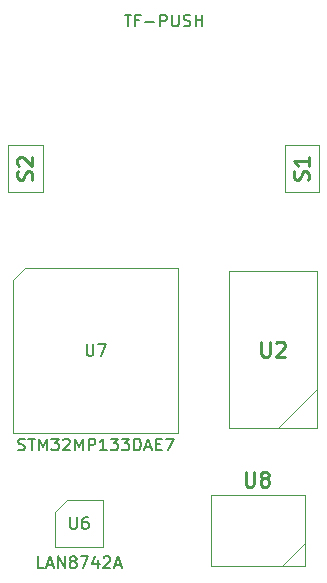
<source format=gbr>
%TF.GenerationSoftware,KiCad,Pcbnew,9.0.3*%
%TF.CreationDate,2025-08-17T15:03:40+03:00*%
%TF.ProjectId,ThingsCore-1,5468696e-6773-4436-9f72-652d312e6b69,rev?*%
%TF.SameCoordinates,Original*%
%TF.FileFunction,AssemblyDrawing,Top*%
%FSLAX46Y46*%
G04 Gerber Fmt 4.6, Leading zero omitted, Abs format (unit mm)*
G04 Created by KiCad (PCBNEW 9.0.3) date 2025-08-17 15:03:40*
%MOMM*%
%LPD*%
G01*
G04 APERTURE LIST*
%ADD10C,0.254000*%
%ADD11C,0.150000*%
%ADD12C,0.100000*%
G04 APERTURE END LIST*
D10*
X35532380Y-38604318D02*
X35532380Y-39632413D01*
X35532380Y-39632413D02*
X35592857Y-39753365D01*
X35592857Y-39753365D02*
X35653333Y-39813842D01*
X35653333Y-39813842D02*
X35774285Y-39874318D01*
X35774285Y-39874318D02*
X36016190Y-39874318D01*
X36016190Y-39874318D02*
X36137142Y-39813842D01*
X36137142Y-39813842D02*
X36197619Y-39753365D01*
X36197619Y-39753365D02*
X36258095Y-39632413D01*
X36258095Y-39632413D02*
X36258095Y-38604318D01*
X36802380Y-38725270D02*
X36862856Y-38664794D01*
X36862856Y-38664794D02*
X36983809Y-38604318D01*
X36983809Y-38604318D02*
X37286190Y-38604318D01*
X37286190Y-38604318D02*
X37407142Y-38664794D01*
X37407142Y-38664794D02*
X37467618Y-38725270D01*
X37467618Y-38725270D02*
X37528095Y-38846222D01*
X37528095Y-38846222D02*
X37528095Y-38967175D01*
X37528095Y-38967175D02*
X37467618Y-39148603D01*
X37467618Y-39148603D02*
X36741904Y-39874318D01*
X36741904Y-39874318D02*
X37528095Y-39874318D01*
D11*
X14952381Y-47757200D02*
X15095238Y-47804819D01*
X15095238Y-47804819D02*
X15333333Y-47804819D01*
X15333333Y-47804819D02*
X15428571Y-47757200D01*
X15428571Y-47757200D02*
X15476190Y-47709580D01*
X15476190Y-47709580D02*
X15523809Y-47614342D01*
X15523809Y-47614342D02*
X15523809Y-47519104D01*
X15523809Y-47519104D02*
X15476190Y-47423866D01*
X15476190Y-47423866D02*
X15428571Y-47376247D01*
X15428571Y-47376247D02*
X15333333Y-47328628D01*
X15333333Y-47328628D02*
X15142857Y-47281009D01*
X15142857Y-47281009D02*
X15047619Y-47233390D01*
X15047619Y-47233390D02*
X15000000Y-47185771D01*
X15000000Y-47185771D02*
X14952381Y-47090533D01*
X14952381Y-47090533D02*
X14952381Y-46995295D01*
X14952381Y-46995295D02*
X15000000Y-46900057D01*
X15000000Y-46900057D02*
X15047619Y-46852438D01*
X15047619Y-46852438D02*
X15142857Y-46804819D01*
X15142857Y-46804819D02*
X15380952Y-46804819D01*
X15380952Y-46804819D02*
X15523809Y-46852438D01*
X15809524Y-46804819D02*
X16380952Y-46804819D01*
X16095238Y-47804819D02*
X16095238Y-46804819D01*
X16714286Y-47804819D02*
X16714286Y-46804819D01*
X16714286Y-46804819D02*
X17047619Y-47519104D01*
X17047619Y-47519104D02*
X17380952Y-46804819D01*
X17380952Y-46804819D02*
X17380952Y-47804819D01*
X17761905Y-46804819D02*
X18380952Y-46804819D01*
X18380952Y-46804819D02*
X18047619Y-47185771D01*
X18047619Y-47185771D02*
X18190476Y-47185771D01*
X18190476Y-47185771D02*
X18285714Y-47233390D01*
X18285714Y-47233390D02*
X18333333Y-47281009D01*
X18333333Y-47281009D02*
X18380952Y-47376247D01*
X18380952Y-47376247D02*
X18380952Y-47614342D01*
X18380952Y-47614342D02*
X18333333Y-47709580D01*
X18333333Y-47709580D02*
X18285714Y-47757200D01*
X18285714Y-47757200D02*
X18190476Y-47804819D01*
X18190476Y-47804819D02*
X17904762Y-47804819D01*
X17904762Y-47804819D02*
X17809524Y-47757200D01*
X17809524Y-47757200D02*
X17761905Y-47709580D01*
X18761905Y-46900057D02*
X18809524Y-46852438D01*
X18809524Y-46852438D02*
X18904762Y-46804819D01*
X18904762Y-46804819D02*
X19142857Y-46804819D01*
X19142857Y-46804819D02*
X19238095Y-46852438D01*
X19238095Y-46852438D02*
X19285714Y-46900057D01*
X19285714Y-46900057D02*
X19333333Y-46995295D01*
X19333333Y-46995295D02*
X19333333Y-47090533D01*
X19333333Y-47090533D02*
X19285714Y-47233390D01*
X19285714Y-47233390D02*
X18714286Y-47804819D01*
X18714286Y-47804819D02*
X19333333Y-47804819D01*
X19761905Y-47804819D02*
X19761905Y-46804819D01*
X19761905Y-46804819D02*
X20095238Y-47519104D01*
X20095238Y-47519104D02*
X20428571Y-46804819D01*
X20428571Y-46804819D02*
X20428571Y-47804819D01*
X20904762Y-47804819D02*
X20904762Y-46804819D01*
X20904762Y-46804819D02*
X21285714Y-46804819D01*
X21285714Y-46804819D02*
X21380952Y-46852438D01*
X21380952Y-46852438D02*
X21428571Y-46900057D01*
X21428571Y-46900057D02*
X21476190Y-46995295D01*
X21476190Y-46995295D02*
X21476190Y-47138152D01*
X21476190Y-47138152D02*
X21428571Y-47233390D01*
X21428571Y-47233390D02*
X21380952Y-47281009D01*
X21380952Y-47281009D02*
X21285714Y-47328628D01*
X21285714Y-47328628D02*
X20904762Y-47328628D01*
X22428571Y-47804819D02*
X21857143Y-47804819D01*
X22142857Y-47804819D02*
X22142857Y-46804819D01*
X22142857Y-46804819D02*
X22047619Y-46947676D01*
X22047619Y-46947676D02*
X21952381Y-47042914D01*
X21952381Y-47042914D02*
X21857143Y-47090533D01*
X22761905Y-46804819D02*
X23380952Y-46804819D01*
X23380952Y-46804819D02*
X23047619Y-47185771D01*
X23047619Y-47185771D02*
X23190476Y-47185771D01*
X23190476Y-47185771D02*
X23285714Y-47233390D01*
X23285714Y-47233390D02*
X23333333Y-47281009D01*
X23333333Y-47281009D02*
X23380952Y-47376247D01*
X23380952Y-47376247D02*
X23380952Y-47614342D01*
X23380952Y-47614342D02*
X23333333Y-47709580D01*
X23333333Y-47709580D02*
X23285714Y-47757200D01*
X23285714Y-47757200D02*
X23190476Y-47804819D01*
X23190476Y-47804819D02*
X22904762Y-47804819D01*
X22904762Y-47804819D02*
X22809524Y-47757200D01*
X22809524Y-47757200D02*
X22761905Y-47709580D01*
X23714286Y-46804819D02*
X24333333Y-46804819D01*
X24333333Y-46804819D02*
X24000000Y-47185771D01*
X24000000Y-47185771D02*
X24142857Y-47185771D01*
X24142857Y-47185771D02*
X24238095Y-47233390D01*
X24238095Y-47233390D02*
X24285714Y-47281009D01*
X24285714Y-47281009D02*
X24333333Y-47376247D01*
X24333333Y-47376247D02*
X24333333Y-47614342D01*
X24333333Y-47614342D02*
X24285714Y-47709580D01*
X24285714Y-47709580D02*
X24238095Y-47757200D01*
X24238095Y-47757200D02*
X24142857Y-47804819D01*
X24142857Y-47804819D02*
X23857143Y-47804819D01*
X23857143Y-47804819D02*
X23761905Y-47757200D01*
X23761905Y-47757200D02*
X23714286Y-47709580D01*
X24761905Y-47804819D02*
X24761905Y-46804819D01*
X24761905Y-46804819D02*
X25000000Y-46804819D01*
X25000000Y-46804819D02*
X25142857Y-46852438D01*
X25142857Y-46852438D02*
X25238095Y-46947676D01*
X25238095Y-46947676D02*
X25285714Y-47042914D01*
X25285714Y-47042914D02*
X25333333Y-47233390D01*
X25333333Y-47233390D02*
X25333333Y-47376247D01*
X25333333Y-47376247D02*
X25285714Y-47566723D01*
X25285714Y-47566723D02*
X25238095Y-47661961D01*
X25238095Y-47661961D02*
X25142857Y-47757200D01*
X25142857Y-47757200D02*
X25000000Y-47804819D01*
X25000000Y-47804819D02*
X24761905Y-47804819D01*
X25714286Y-47519104D02*
X26190476Y-47519104D01*
X25619048Y-47804819D02*
X25952381Y-46804819D01*
X25952381Y-46804819D02*
X26285714Y-47804819D01*
X26619048Y-47281009D02*
X26952381Y-47281009D01*
X27095238Y-47804819D02*
X26619048Y-47804819D01*
X26619048Y-47804819D02*
X26619048Y-46804819D01*
X26619048Y-46804819D02*
X27095238Y-46804819D01*
X27428572Y-46804819D02*
X28095238Y-46804819D01*
X28095238Y-46804819D02*
X27666667Y-47804819D01*
X20738095Y-38804819D02*
X20738095Y-39614342D01*
X20738095Y-39614342D02*
X20785714Y-39709580D01*
X20785714Y-39709580D02*
X20833333Y-39757200D01*
X20833333Y-39757200D02*
X20928571Y-39804819D01*
X20928571Y-39804819D02*
X21119047Y-39804819D01*
X21119047Y-39804819D02*
X21214285Y-39757200D01*
X21214285Y-39757200D02*
X21261904Y-39709580D01*
X21261904Y-39709580D02*
X21309523Y-39614342D01*
X21309523Y-39614342D02*
X21309523Y-38804819D01*
X21690476Y-38804819D02*
X22357142Y-38804819D01*
X22357142Y-38804819D02*
X21928571Y-39804819D01*
D10*
X16076342Y-24905119D02*
X16136818Y-24723690D01*
X16136818Y-24723690D02*
X16136818Y-24421309D01*
X16136818Y-24421309D02*
X16076342Y-24300357D01*
X16076342Y-24300357D02*
X16015865Y-24239881D01*
X16015865Y-24239881D02*
X15894913Y-24179404D01*
X15894913Y-24179404D02*
X15773961Y-24179404D01*
X15773961Y-24179404D02*
X15653008Y-24239881D01*
X15653008Y-24239881D02*
X15592532Y-24300357D01*
X15592532Y-24300357D02*
X15532056Y-24421309D01*
X15532056Y-24421309D02*
X15471580Y-24663214D01*
X15471580Y-24663214D02*
X15411103Y-24784166D01*
X15411103Y-24784166D02*
X15350627Y-24844643D01*
X15350627Y-24844643D02*
X15229675Y-24905119D01*
X15229675Y-24905119D02*
X15108722Y-24905119D01*
X15108722Y-24905119D02*
X14987770Y-24844643D01*
X14987770Y-24844643D02*
X14927294Y-24784166D01*
X14927294Y-24784166D02*
X14866818Y-24663214D01*
X14866818Y-24663214D02*
X14866818Y-24360833D01*
X14866818Y-24360833D02*
X14927294Y-24179404D01*
X14987770Y-23695595D02*
X14927294Y-23635119D01*
X14927294Y-23635119D02*
X14866818Y-23514166D01*
X14866818Y-23514166D02*
X14866818Y-23211785D01*
X14866818Y-23211785D02*
X14927294Y-23090833D01*
X14927294Y-23090833D02*
X14987770Y-23030357D01*
X14987770Y-23030357D02*
X15108722Y-22969880D01*
X15108722Y-22969880D02*
X15229675Y-22969880D01*
X15229675Y-22969880D02*
X15411103Y-23030357D01*
X15411103Y-23030357D02*
X16136818Y-23756071D01*
X16136818Y-23756071D02*
X16136818Y-22969880D01*
D11*
X17123809Y-57784819D02*
X16647619Y-57784819D01*
X16647619Y-57784819D02*
X16647619Y-56784819D01*
X17409524Y-57499104D02*
X17885714Y-57499104D01*
X17314286Y-57784819D02*
X17647619Y-56784819D01*
X17647619Y-56784819D02*
X17980952Y-57784819D01*
X18314286Y-57784819D02*
X18314286Y-56784819D01*
X18314286Y-56784819D02*
X18885714Y-57784819D01*
X18885714Y-57784819D02*
X18885714Y-56784819D01*
X19504762Y-57213390D02*
X19409524Y-57165771D01*
X19409524Y-57165771D02*
X19361905Y-57118152D01*
X19361905Y-57118152D02*
X19314286Y-57022914D01*
X19314286Y-57022914D02*
X19314286Y-56975295D01*
X19314286Y-56975295D02*
X19361905Y-56880057D01*
X19361905Y-56880057D02*
X19409524Y-56832438D01*
X19409524Y-56832438D02*
X19504762Y-56784819D01*
X19504762Y-56784819D02*
X19695238Y-56784819D01*
X19695238Y-56784819D02*
X19790476Y-56832438D01*
X19790476Y-56832438D02*
X19838095Y-56880057D01*
X19838095Y-56880057D02*
X19885714Y-56975295D01*
X19885714Y-56975295D02*
X19885714Y-57022914D01*
X19885714Y-57022914D02*
X19838095Y-57118152D01*
X19838095Y-57118152D02*
X19790476Y-57165771D01*
X19790476Y-57165771D02*
X19695238Y-57213390D01*
X19695238Y-57213390D02*
X19504762Y-57213390D01*
X19504762Y-57213390D02*
X19409524Y-57261009D01*
X19409524Y-57261009D02*
X19361905Y-57308628D01*
X19361905Y-57308628D02*
X19314286Y-57403866D01*
X19314286Y-57403866D02*
X19314286Y-57594342D01*
X19314286Y-57594342D02*
X19361905Y-57689580D01*
X19361905Y-57689580D02*
X19409524Y-57737200D01*
X19409524Y-57737200D02*
X19504762Y-57784819D01*
X19504762Y-57784819D02*
X19695238Y-57784819D01*
X19695238Y-57784819D02*
X19790476Y-57737200D01*
X19790476Y-57737200D02*
X19838095Y-57689580D01*
X19838095Y-57689580D02*
X19885714Y-57594342D01*
X19885714Y-57594342D02*
X19885714Y-57403866D01*
X19885714Y-57403866D02*
X19838095Y-57308628D01*
X19838095Y-57308628D02*
X19790476Y-57261009D01*
X19790476Y-57261009D02*
X19695238Y-57213390D01*
X20219048Y-56784819D02*
X20885714Y-56784819D01*
X20885714Y-56784819D02*
X20457143Y-57784819D01*
X21695238Y-57118152D02*
X21695238Y-57784819D01*
X21457143Y-56737200D02*
X21219048Y-57451485D01*
X21219048Y-57451485D02*
X21838095Y-57451485D01*
X22171429Y-56880057D02*
X22219048Y-56832438D01*
X22219048Y-56832438D02*
X22314286Y-56784819D01*
X22314286Y-56784819D02*
X22552381Y-56784819D01*
X22552381Y-56784819D02*
X22647619Y-56832438D01*
X22647619Y-56832438D02*
X22695238Y-56880057D01*
X22695238Y-56880057D02*
X22742857Y-56975295D01*
X22742857Y-56975295D02*
X22742857Y-57070533D01*
X22742857Y-57070533D02*
X22695238Y-57213390D01*
X22695238Y-57213390D02*
X22123810Y-57784819D01*
X22123810Y-57784819D02*
X22742857Y-57784819D01*
X23123810Y-57499104D02*
X23600000Y-57499104D01*
X23028572Y-57784819D02*
X23361905Y-56784819D01*
X23361905Y-56784819D02*
X23695238Y-57784819D01*
X19338095Y-53454819D02*
X19338095Y-54264342D01*
X19338095Y-54264342D02*
X19385714Y-54359580D01*
X19385714Y-54359580D02*
X19433333Y-54407200D01*
X19433333Y-54407200D02*
X19528571Y-54454819D01*
X19528571Y-54454819D02*
X19719047Y-54454819D01*
X19719047Y-54454819D02*
X19814285Y-54407200D01*
X19814285Y-54407200D02*
X19861904Y-54359580D01*
X19861904Y-54359580D02*
X19909523Y-54264342D01*
X19909523Y-54264342D02*
X19909523Y-53454819D01*
X20814285Y-53454819D02*
X20623809Y-53454819D01*
X20623809Y-53454819D02*
X20528571Y-53502438D01*
X20528571Y-53502438D02*
X20480952Y-53550057D01*
X20480952Y-53550057D02*
X20385714Y-53692914D01*
X20385714Y-53692914D02*
X20338095Y-53883390D01*
X20338095Y-53883390D02*
X20338095Y-54264342D01*
X20338095Y-54264342D02*
X20385714Y-54359580D01*
X20385714Y-54359580D02*
X20433333Y-54407200D01*
X20433333Y-54407200D02*
X20528571Y-54454819D01*
X20528571Y-54454819D02*
X20719047Y-54454819D01*
X20719047Y-54454819D02*
X20814285Y-54407200D01*
X20814285Y-54407200D02*
X20861904Y-54359580D01*
X20861904Y-54359580D02*
X20909523Y-54264342D01*
X20909523Y-54264342D02*
X20909523Y-54026247D01*
X20909523Y-54026247D02*
X20861904Y-53931009D01*
X20861904Y-53931009D02*
X20814285Y-53883390D01*
X20814285Y-53883390D02*
X20719047Y-53835771D01*
X20719047Y-53835771D02*
X20528571Y-53835771D01*
X20528571Y-53835771D02*
X20433333Y-53883390D01*
X20433333Y-53883390D02*
X20385714Y-53931009D01*
X20385714Y-53931009D02*
X20338095Y-54026247D01*
D10*
X34194880Y-49631818D02*
X34194880Y-50659913D01*
X34194880Y-50659913D02*
X34255357Y-50780865D01*
X34255357Y-50780865D02*
X34315833Y-50841342D01*
X34315833Y-50841342D02*
X34436785Y-50901818D01*
X34436785Y-50901818D02*
X34678690Y-50901818D01*
X34678690Y-50901818D02*
X34799642Y-50841342D01*
X34799642Y-50841342D02*
X34860119Y-50780865D01*
X34860119Y-50780865D02*
X34920595Y-50659913D01*
X34920595Y-50659913D02*
X34920595Y-49631818D01*
X35706785Y-50176103D02*
X35585833Y-50115627D01*
X35585833Y-50115627D02*
X35525356Y-50055151D01*
X35525356Y-50055151D02*
X35464880Y-49934199D01*
X35464880Y-49934199D02*
X35464880Y-49873722D01*
X35464880Y-49873722D02*
X35525356Y-49752770D01*
X35525356Y-49752770D02*
X35585833Y-49692294D01*
X35585833Y-49692294D02*
X35706785Y-49631818D01*
X35706785Y-49631818D02*
X35948690Y-49631818D01*
X35948690Y-49631818D02*
X36069642Y-49692294D01*
X36069642Y-49692294D02*
X36130118Y-49752770D01*
X36130118Y-49752770D02*
X36190595Y-49873722D01*
X36190595Y-49873722D02*
X36190595Y-49934199D01*
X36190595Y-49934199D02*
X36130118Y-50055151D01*
X36130118Y-50055151D02*
X36069642Y-50115627D01*
X36069642Y-50115627D02*
X35948690Y-50176103D01*
X35948690Y-50176103D02*
X35706785Y-50176103D01*
X35706785Y-50176103D02*
X35585833Y-50236580D01*
X35585833Y-50236580D02*
X35525356Y-50297056D01*
X35525356Y-50297056D02*
X35464880Y-50418008D01*
X35464880Y-50418008D02*
X35464880Y-50659913D01*
X35464880Y-50659913D02*
X35525356Y-50780865D01*
X35525356Y-50780865D02*
X35585833Y-50841342D01*
X35585833Y-50841342D02*
X35706785Y-50901818D01*
X35706785Y-50901818D02*
X35948690Y-50901818D01*
X35948690Y-50901818D02*
X36069642Y-50841342D01*
X36069642Y-50841342D02*
X36130118Y-50780865D01*
X36130118Y-50780865D02*
X36190595Y-50659913D01*
X36190595Y-50659913D02*
X36190595Y-50418008D01*
X36190595Y-50418008D02*
X36130118Y-50297056D01*
X36130118Y-50297056D02*
X36069642Y-50236580D01*
X36069642Y-50236580D02*
X35948690Y-50176103D01*
X39476342Y-24905119D02*
X39536818Y-24723690D01*
X39536818Y-24723690D02*
X39536818Y-24421309D01*
X39536818Y-24421309D02*
X39476342Y-24300357D01*
X39476342Y-24300357D02*
X39415865Y-24239881D01*
X39415865Y-24239881D02*
X39294913Y-24179404D01*
X39294913Y-24179404D02*
X39173961Y-24179404D01*
X39173961Y-24179404D02*
X39053008Y-24239881D01*
X39053008Y-24239881D02*
X38992532Y-24300357D01*
X38992532Y-24300357D02*
X38932056Y-24421309D01*
X38932056Y-24421309D02*
X38871580Y-24663214D01*
X38871580Y-24663214D02*
X38811103Y-24784166D01*
X38811103Y-24784166D02*
X38750627Y-24844643D01*
X38750627Y-24844643D02*
X38629675Y-24905119D01*
X38629675Y-24905119D02*
X38508722Y-24905119D01*
X38508722Y-24905119D02*
X38387770Y-24844643D01*
X38387770Y-24844643D02*
X38327294Y-24784166D01*
X38327294Y-24784166D02*
X38266818Y-24663214D01*
X38266818Y-24663214D02*
X38266818Y-24360833D01*
X38266818Y-24360833D02*
X38327294Y-24179404D01*
X39536818Y-22969880D02*
X39536818Y-23695595D01*
X39536818Y-23332738D02*
X38266818Y-23332738D01*
X38266818Y-23332738D02*
X38448246Y-23453690D01*
X38448246Y-23453690D02*
X38569199Y-23574642D01*
X38569199Y-23574642D02*
X38629675Y-23695595D01*
D11*
X23955457Y-10913324D02*
X24526885Y-10913324D01*
X24241171Y-11913324D02*
X24241171Y-10913324D01*
X25193552Y-11389514D02*
X24860219Y-11389514D01*
X24860219Y-11913324D02*
X24860219Y-10913324D01*
X24860219Y-10913324D02*
X25336409Y-10913324D01*
X25717362Y-11532371D02*
X26479267Y-11532371D01*
X26955457Y-11913324D02*
X26955457Y-10913324D01*
X26955457Y-10913324D02*
X27336409Y-10913324D01*
X27336409Y-10913324D02*
X27431647Y-10960943D01*
X27431647Y-10960943D02*
X27479266Y-11008562D01*
X27479266Y-11008562D02*
X27526885Y-11103800D01*
X27526885Y-11103800D02*
X27526885Y-11246657D01*
X27526885Y-11246657D02*
X27479266Y-11341895D01*
X27479266Y-11341895D02*
X27431647Y-11389514D01*
X27431647Y-11389514D02*
X27336409Y-11437133D01*
X27336409Y-11437133D02*
X26955457Y-11437133D01*
X27955457Y-10913324D02*
X27955457Y-11722847D01*
X27955457Y-11722847D02*
X28003076Y-11818085D01*
X28003076Y-11818085D02*
X28050695Y-11865705D01*
X28050695Y-11865705D02*
X28145933Y-11913324D01*
X28145933Y-11913324D02*
X28336409Y-11913324D01*
X28336409Y-11913324D02*
X28431647Y-11865705D01*
X28431647Y-11865705D02*
X28479266Y-11818085D01*
X28479266Y-11818085D02*
X28526885Y-11722847D01*
X28526885Y-11722847D02*
X28526885Y-10913324D01*
X28955457Y-11865705D02*
X29098314Y-11913324D01*
X29098314Y-11913324D02*
X29336409Y-11913324D01*
X29336409Y-11913324D02*
X29431647Y-11865705D01*
X29431647Y-11865705D02*
X29479266Y-11818085D01*
X29479266Y-11818085D02*
X29526885Y-11722847D01*
X29526885Y-11722847D02*
X29526885Y-11627609D01*
X29526885Y-11627609D02*
X29479266Y-11532371D01*
X29479266Y-11532371D02*
X29431647Y-11484752D01*
X29431647Y-11484752D02*
X29336409Y-11437133D01*
X29336409Y-11437133D02*
X29145933Y-11389514D01*
X29145933Y-11389514D02*
X29050695Y-11341895D01*
X29050695Y-11341895D02*
X29003076Y-11294276D01*
X29003076Y-11294276D02*
X28955457Y-11199038D01*
X28955457Y-11199038D02*
X28955457Y-11103800D01*
X28955457Y-11103800D02*
X29003076Y-11008562D01*
X29003076Y-11008562D02*
X29050695Y-10960943D01*
X29050695Y-10960943D02*
X29145933Y-10913324D01*
X29145933Y-10913324D02*
X29384028Y-10913324D01*
X29384028Y-10913324D02*
X29526885Y-10960943D01*
X29955457Y-11913324D02*
X29955457Y-10913324D01*
X29955457Y-11389514D02*
X30526885Y-11389514D01*
X30526885Y-11913324D02*
X30526885Y-10913324D01*
D12*
%TO.C,U2*%
X32750000Y-32650000D02*
X40250000Y-32650000D01*
X32750000Y-45950000D02*
X32750000Y-32650000D01*
X40250000Y-32650000D02*
X40250000Y-45950000D01*
X40250000Y-42600000D02*
X36900000Y-45950000D01*
X40250000Y-45950000D02*
X32750000Y-45950000D01*
%TO.C,U7*%
X14500000Y-33350000D02*
X15500000Y-32350000D01*
X14500000Y-46350000D02*
X14500000Y-33350000D01*
X15500000Y-32350000D02*
X28500000Y-32350000D01*
X28500000Y-32350000D02*
X28500000Y-46350000D01*
X28500000Y-46350000D02*
X14500000Y-46350000D01*
%TO.C,S2*%
X14112500Y-21937500D02*
X17012500Y-21937500D01*
X14112500Y-25937500D02*
X14112500Y-21937500D01*
X17012500Y-21937500D02*
X17012500Y-25937500D01*
X17012500Y-25937500D02*
X14112500Y-25937500D01*
%TO.C,U6*%
X22100000Y-56000000D02*
X18100000Y-56000000D01*
X18100000Y-53000000D01*
X19100000Y-52000000D01*
X22100000Y-52000000D01*
X22100000Y-56000000D01*
%TO.C,U8*%
X31262500Y-51627500D02*
X39262500Y-51627500D01*
X31262500Y-57627500D02*
X31262500Y-51627500D01*
X39262500Y-51627500D02*
X39262500Y-57627500D01*
X39262500Y-55627500D02*
X37262500Y-57627500D01*
X39262500Y-57627500D02*
X31262500Y-57627500D01*
%TO.C,S1*%
X37512500Y-21937500D02*
X40412500Y-21937500D01*
X37512500Y-25937500D02*
X37512500Y-21937500D01*
X40412500Y-21937500D02*
X40412500Y-25937500D01*
X40412500Y-25937500D02*
X37512500Y-25937500D01*
%TD*%
M02*

</source>
